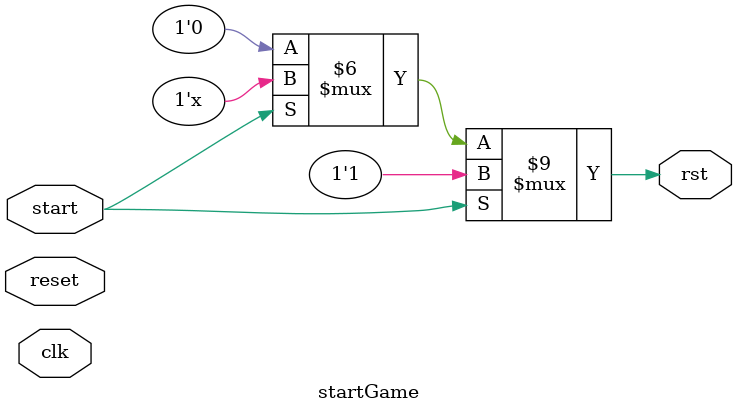
<source format=sv>


module startGame
	(
	input logic clk, 
	input logic start,
	input logic reset,
	output logic rst
   );
	
	always_comb begin
		rst =  1'b0; 
		if(start) begin 
			rst = 1'b1; //Raise rst when game start
		end 
		else if(reset == 1'b0) 
			rst = 1'b0; //else
	end
//--------------------------------------------------------------------------------------------------------------------
// &&&&&&&&&&&&&&  end of fill the report #1 
//--------------------------------------------------------------------------------------------------------------------			


	
endmodule

</source>
